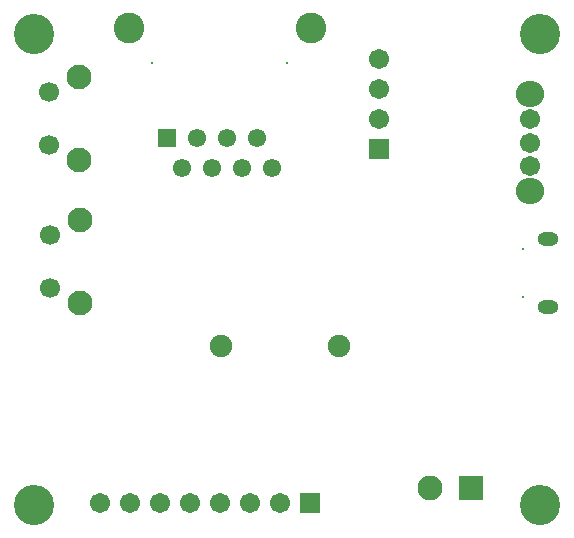
<source format=gbs>
G04 Layer_Color=16711935*
%FSAX25Y25*%
%MOIN*%
G70*
G01*
G75*
%ADD29C,0.06693*%
%ADD30C,0.08268*%
%ADD55C,0.06706*%
%ADD62R,0.06706X0.06706*%
%ADD63R,0.06706X0.06706*%
%ADD64C,0.07493*%
%ADD65R,0.06115X0.06115*%
%ADD66C,0.06115*%
%ADD67C,0.10249*%
%ADD68C,0.00800*%
%ADD69C,0.08280*%
%ADD70R,0.08280X0.08280*%
%ADD71O,0.07099X0.04737*%
%ADD72R,0.00800X0.00800*%
%ADD73O,0.09461X0.08674*%
%ADD74C,0.13398*%
D29*
X0299429Y0370079D02*
D03*
Y0387795D02*
D03*
X0299823Y0340158D02*
D03*
Y0322441D02*
D03*
D30*
X0309232Y0365158D02*
D03*
Y0392717D02*
D03*
X0309626Y0345079D02*
D03*
Y0317520D02*
D03*
D55*
X0409449Y0378780D02*
D03*
Y0388779D02*
D03*
Y0398780D02*
D03*
X0376299Y0250590D02*
D03*
X0366299D02*
D03*
X0356299D02*
D03*
X0346299D02*
D03*
X0336299D02*
D03*
X0326299D02*
D03*
X0316299D02*
D03*
X0459720Y0378685D02*
D03*
Y0370811D02*
D03*
Y0362937D02*
D03*
D62*
X0409449Y0368779D02*
D03*
D63*
X0386299Y0250590D02*
D03*
D64*
X0356693Y0302953D02*
D03*
X0396063D02*
D03*
D65*
X0338799Y0372224D02*
D03*
D66*
X0348799D02*
D03*
X0358799D02*
D03*
X0368799D02*
D03*
X0343799Y0362224D02*
D03*
X0353799D02*
D03*
X0363799D02*
D03*
X0373799D02*
D03*
D67*
X0325925Y0409035D02*
D03*
X0386673D02*
D03*
D68*
X0333799Y0397224D02*
D03*
X0378799D02*
D03*
D69*
X0426378Y0255709D02*
D03*
D70*
X0440158D02*
D03*
D71*
X0465844Y0316043D02*
D03*
Y0338681D02*
D03*
D72*
X0457380Y0319378D02*
D03*
Y0335323D02*
D03*
D73*
X0459720Y0386953D02*
D03*
Y0354669D02*
D03*
D74*
X0294291Y0250000D02*
D03*
X0463189D02*
D03*
Y0407087D02*
D03*
X0294291D02*
D03*
M02*

</source>
